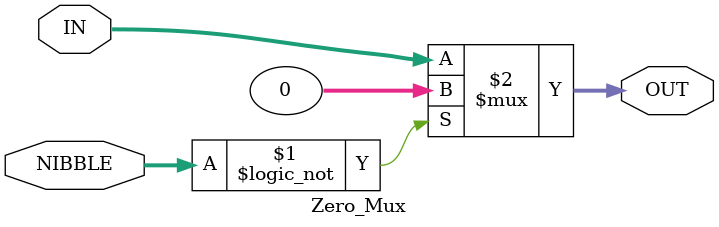
<source format=v>
module Zero_Mux(	// file.cleaned.mlir:2:3
  input  [3:0]  NIBBLE,	// file.cleaned.mlir:2:26
  input  [31:0] IN,	// file.cleaned.mlir:2:43
  output [31:0] OUT	// file.cleaned.mlir:2:58
);

  assign OUT = NIBBLE == 4'h0 ? 32'h0 : IN;	// file.cleaned.mlir:3:15, :4:14, :5:10, :6:10, :7:5
endmodule


</source>
